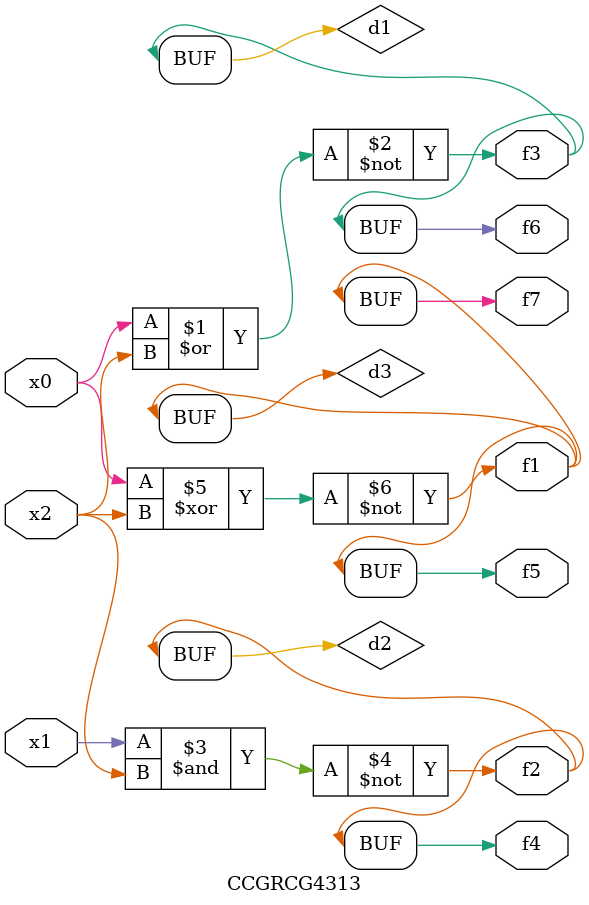
<source format=v>
module CCGRCG4313(
	input x0, x1, x2,
	output f1, f2, f3, f4, f5, f6, f7
);

	wire d1, d2, d3;

	nor (d1, x0, x2);
	nand (d2, x1, x2);
	xnor (d3, x0, x2);
	assign f1 = d3;
	assign f2 = d2;
	assign f3 = d1;
	assign f4 = d2;
	assign f5 = d3;
	assign f6 = d1;
	assign f7 = d3;
endmodule

</source>
